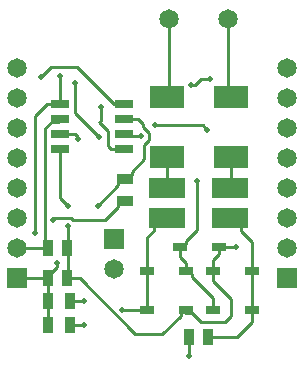
<source format=gtl>
G04*
G04 #@! TF.GenerationSoftware,Altium Limited,Altium Designer,19.1.7 (138)*
G04*
G04 Layer_Physical_Order=1*
G04 Layer_Color=255*
%FSLAX24Y24*%
%MOIN*%
G70*
G01*
G75*
%ADD13R,0.0492X0.0295*%
%ADD14R,0.0378X0.0547*%
%ADD15R,0.1220X0.0689*%
%ADD16R,0.1138X0.0756*%
%ADD17R,0.0551X0.0374*%
%ADD18R,0.0600X0.0256*%
%ADD19R,0.0374X0.0551*%
%ADD30C,0.0100*%
%ADD31C,0.0650*%
%ADD32R,0.0650X0.0650*%
%ADD33C,0.0200*%
D13*
X4850Y-9250D02*
D03*
X6150D02*
D03*
Y-10550D02*
D03*
X4850D02*
D03*
X8350D02*
D03*
X7050D02*
D03*
Y-9250D02*
D03*
X8350D02*
D03*
X7250Y-8450D02*
D03*
X5950D02*
D03*
D14*
X6231Y-11450D02*
D03*
X6869D02*
D03*
X1528Y-8500D02*
D03*
X2166D02*
D03*
X1528Y-9500D02*
D03*
X2166D02*
D03*
D15*
X5500Y-6508D02*
D03*
Y-7492D02*
D03*
X7600Y-6508D02*
D03*
Y-7492D02*
D03*
D16*
X5500Y-3446D02*
D03*
Y-5454D02*
D03*
X7650Y-3446D02*
D03*
Y-5454D02*
D03*
D17*
X4100Y-6176D02*
D03*
Y-6924D02*
D03*
D18*
X4068Y-3700D02*
D03*
Y-4200D02*
D03*
Y-4700D02*
D03*
Y-5200D02*
D03*
X1932D02*
D03*
Y-4700D02*
D03*
Y-4200D02*
D03*
Y-3700D02*
D03*
D19*
X2274Y-10250D02*
D03*
X1526D02*
D03*
X2274Y-11050D02*
D03*
X1526D02*
D03*
D30*
X2200Y-8500D02*
Y-7750D01*
X6500Y-6250D02*
Y-6200D01*
X1528Y-10250D02*
Y-9500D01*
X4700Y-4446D02*
X4900Y-4646D01*
X4700Y-4446D02*
Y-4350D01*
X4550Y-4200D02*
X4700Y-4350D01*
X4900Y-4895D02*
Y-4646D01*
X5100Y-4400D02*
X6700D01*
X6850Y-4550D01*
X4218Y-4750D02*
X4650D01*
X4168Y-4700D02*
X4218Y-4750D01*
X4750Y-5045D02*
X4900Y-4895D01*
X4750Y-5526D02*
Y-5045D01*
X4118Y-4750D02*
X4168Y-4700D01*
X4068D02*
X4118Y-4750D01*
X3300Y-4254D02*
Y-3800D01*
X3250Y-4304D02*
X3300Y-4254D01*
X3250Y-4304D02*
X3550Y-4604D01*
X2450Y-4000D02*
X3200Y-4750D01*
X2450Y-4000D02*
Y-3000D01*
X3550Y-5100D02*
Y-4604D01*
X1550Y-9441D02*
X1850Y-9141D01*
X1550Y-9478D02*
Y-9441D01*
X1850Y-9141D02*
Y-9000D01*
X4326Y-5950D02*
X4750Y-5526D01*
X3650Y-5200D02*
X4068D01*
X3550Y-5100D02*
X3650Y-5200D01*
X1528Y-11048D02*
Y-10250D01*
X2500Y-2450D02*
X3750Y-3700D01*
X1650Y-2450D02*
X2500D01*
X1300Y-2800D02*
X1650Y-2450D01*
X1950Y-2750D02*
Y-2735D01*
X1932Y-2718D02*
X1950Y-2735D01*
X1932Y-3700D02*
Y-2718D01*
X3750Y-3700D02*
X4068D01*
X2550Y-4850D02*
Y-4800D01*
X2450Y-4700D02*
X2550Y-4800D01*
X1932Y-4700D02*
X2450D01*
X6300Y-3050D02*
X6450D01*
X6650Y-2850D01*
X6950D01*
X2200Y-9466D02*
Y-8500D01*
X1750Y-7500D02*
X2304D01*
X1700Y-7550D02*
X1750Y-7500D01*
X2354Y-7550D02*
X3450D01*
X2304Y-7500D02*
X2354Y-7550D01*
X1450Y-4500D02*
X1672Y-4278D01*
X3450Y-7550D02*
X3874Y-7126D01*
X1450Y-8422D02*
Y-4500D01*
Y-8422D02*
X1482Y-8454D01*
X1932Y-6832D02*
X2200Y-7100D01*
X6250Y-12100D02*
Y-11469D01*
X4446Y-11350D02*
X5350D01*
X2596Y-9500D02*
X4446Y-11350D01*
X2166Y-9500D02*
X2596D01*
X4000Y-10550D02*
X4850D01*
X6149Y-10648D02*
X6348D01*
X6051Y-10550D02*
X6149Y-10648D01*
X7250Y-8450D02*
X7800D01*
X4068Y-4200D02*
X4550D01*
X4326Y-6039D02*
Y-5950D01*
X4189Y-6176D02*
X4326Y-6039D01*
X4100Y-6176D02*
X4189D01*
X1500Y-3700D02*
X1932D01*
X1100Y-4100D02*
X1500Y-3700D01*
X1100Y-8000D02*
Y-4100D01*
X2274Y-11050D02*
X2750D01*
X2274Y-10250D02*
X2750D01*
X3874Y-7126D02*
Y-7061D01*
X3200Y-7076D02*
X3874Y-6402D01*
Y-6313D01*
X4011Y-6176D01*
X4100D01*
X500Y-8500D02*
X1528D01*
X1672Y-4278D02*
X1854D01*
X1932Y-4200D01*
X6500Y-7900D02*
Y-6250D01*
X6146Y-8254D02*
X6500Y-7900D01*
X6146Y-8352D02*
Y-8254D01*
X6049Y-8450D02*
X6146Y-8352D01*
X5950Y-8450D02*
X6049D01*
X7050Y-9250D02*
Y-8900D01*
Y-9600D02*
Y-9250D01*
X7250Y-8700D02*
Y-8450D01*
X7050Y-8900D02*
X7250Y-8700D01*
X7050Y-9600D02*
X7650Y-10200D01*
Y-10750D02*
Y-10200D01*
X7450Y-10950D02*
X7650Y-10750D01*
X6650Y-10950D02*
X7450D01*
X6348Y-10648D02*
X6650Y-10950D01*
X5350Y-11350D02*
X5954Y-10746D01*
Y-10648D01*
X6051Y-10550D01*
X1932Y-6832D02*
Y-5200D01*
X3874Y-7061D02*
X4011Y-6924D01*
X4100D01*
X500Y-9500D02*
X1528D01*
X4850Y-10550D02*
Y-9250D01*
X6869Y-11450D02*
X7849D01*
X8350Y-10950D01*
Y-10550D01*
Y-9250D01*
X7050Y-10550D02*
Y-10151D01*
X6346Y-9446D02*
X7050Y-10151D01*
X6346Y-9446D02*
Y-9348D01*
X6248Y-9250D02*
X6346Y-9348D01*
X6150Y-9250D02*
X6248D01*
X6150D02*
Y-9000D01*
X5950Y-8800D02*
X6150Y-9000D01*
X5950Y-8800D02*
Y-8450D01*
X4850Y-9250D02*
Y-8142D01*
X5064Y-7928D01*
Y-7787D01*
X5359Y-7492D01*
X5500D01*
X8350Y-9250D02*
Y-8300D01*
X7978Y-7928D02*
X8350Y-8300D01*
X7978Y-7928D02*
Y-7787D01*
X7684Y-7492D02*
X7978Y-7787D01*
X7600Y-7492D02*
X7684D01*
X7650Y-6458D02*
Y-5454D01*
X7550Y-3346D02*
Y-850D01*
X5500Y-6508D02*
Y-5454D01*
X5581Y-3368D02*
Y-850D01*
D31*
X3750Y-9200D02*
D03*
X5581Y-850D02*
D03*
X7550D02*
D03*
X9500Y-2500D02*
D03*
Y-3500D02*
D03*
Y-4500D02*
D03*
Y-5500D02*
D03*
Y-6500D02*
D03*
Y-7500D02*
D03*
Y-8500D02*
D03*
X500Y-2500D02*
D03*
Y-3500D02*
D03*
Y-4500D02*
D03*
Y-5500D02*
D03*
Y-6500D02*
D03*
Y-7500D02*
D03*
Y-8500D02*
D03*
D32*
X3750Y-8200D02*
D03*
X9500Y-9500D02*
D03*
X500D02*
D03*
D33*
X5100Y-4400D02*
D03*
X4650Y-4750D02*
D03*
X3300Y-3800D02*
D03*
X3250Y-4800D02*
D03*
X2550Y-4850D02*
D03*
X1850Y-9000D02*
D03*
X1950Y-2750D02*
D03*
X2450Y-3000D02*
D03*
X6300Y-3050D02*
D03*
X6950Y-2850D02*
D03*
X6850Y-4550D02*
D03*
X2200Y-7750D02*
D03*
X1700Y-7550D02*
D03*
X2200Y-7100D02*
D03*
X1300Y-2800D02*
D03*
X6250Y-12100D02*
D03*
X4000Y-10550D02*
D03*
X7800Y-8450D02*
D03*
X1100Y-8000D02*
D03*
X2750Y-11050D02*
D03*
Y-10250D02*
D03*
X3200Y-7076D02*
D03*
X6500Y-6250D02*
D03*
M02*

</source>
